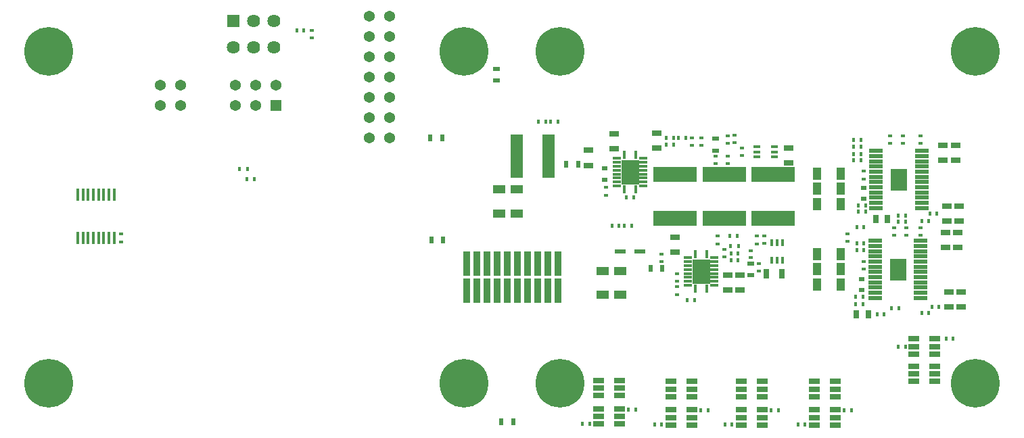
<source format=gts>
G04*
G04 #@! TF.GenerationSoftware,Altium Limited,Altium Designer,19.1.5 (86)*
G04*
G04 Layer_Color=8388736*
%FSLAX44Y44*%
%MOMM*%
G71*
G01*
G75*
%ADD18R,0.4000X0.6000*%
%ADD19R,1.3000X0.8000*%
%ADD20R,1.3716X0.5080*%
%ADD22R,0.6000X0.4000*%
%ADD23R,0.6000X0.4500*%
%ADD24R,0.4500X0.6000*%
%ADD29R,0.8000X0.6000*%
%ADD30R,1.0000X1.6000*%
%ADD31R,1.3000X0.7000*%
%ADD35R,0.7000X1.3000*%
%ADD36R,0.5000X0.9000*%
%ADD37R,0.9000X0.5000*%
%ADD41R,1.6000X1.0000*%
%ADD43R,0.8416X3.0216*%
%ADD44R,0.4516X1.5016*%
%ADD45R,1.3716X0.6604*%
%ADD46R,1.0016X0.3616*%
%ADD47R,0.3616X1.0016*%
%ADD48R,2.1716X3.1716*%
%ADD49R,0.8016X1.0016*%
%ADD50R,2.1266X2.7816*%
%ADD51R,1.6716X0.5116*%
%ADD52R,0.4516X0.9516*%
%ADD53R,5.5116X1.9816*%
%ADD54R,1.5240X5.5118*%
%ADD55R,0.9516X0.4516*%
%ADD56C,1.3716*%
%ADD57R,1.3716X1.3716*%
%ADD58C,6.1016*%
%ADD59C,1.6256*%
%ADD60R,1.6256X1.6256*%
D18*
X1116360Y451460D02*
D03*
X1107360D02*
D03*
X1043170Y574650D02*
D03*
X1052170D02*
D03*
X968460Y464160D02*
D03*
X959460D02*
D03*
X1108630Y429870D02*
D03*
X1117630D02*
D03*
X883150Y594970D02*
D03*
X892150D02*
D03*
X975280Y464160D02*
D03*
X984280D02*
D03*
X574070Y709270D02*
D03*
X565070D02*
D03*
X922520Y216510D02*
D03*
X931520D02*
D03*
X1012800Y215240D02*
D03*
X1021800D02*
D03*
X1101010D02*
D03*
X1110010D02*
D03*
X1192450D02*
D03*
X1201450D02*
D03*
X1386870Y323190D02*
D03*
X1377870D02*
D03*
X989360Y234290D02*
D03*
X980360D02*
D03*
X1079640Y233020D02*
D03*
X1070640D02*
D03*
X1167850D02*
D03*
X1158850D02*
D03*
X1259290D02*
D03*
X1250290D02*
D03*
X1318180Y313030D02*
D03*
X1327180D02*
D03*
X1291510Y353670D02*
D03*
X1300510D02*
D03*
X1318180Y469240D02*
D03*
X1327180D02*
D03*
X1318870Y361290D02*
D03*
X1309870D02*
D03*
X1327180Y476860D02*
D03*
X1318180D02*
D03*
X1360090Y362560D02*
D03*
X1369090D02*
D03*
X1357550Y479400D02*
D03*
X1366550D02*
D03*
X1275110Y462890D02*
D03*
X1266110D02*
D03*
X1271300Y572110D02*
D03*
X1262300D02*
D03*
X1347390Y354940D02*
D03*
X1356390D02*
D03*
X1347390Y470510D02*
D03*
X1356390D02*
D03*
X1275110Y442570D02*
D03*
X1266110D02*
D03*
X1271300Y563220D02*
D03*
X1262300D02*
D03*
X1266110Y433680D02*
D03*
X1275110D02*
D03*
X1262300Y554330D02*
D03*
X1271300D02*
D03*
X1273840Y375260D02*
D03*
X1264840D02*
D03*
X1277110Y489560D02*
D03*
X1268110D02*
D03*
X1264840Y366370D02*
D03*
X1273840D02*
D03*
X1268110Y481940D02*
D03*
X1277110D02*
D03*
X1262300Y546710D02*
D03*
X1271300D02*
D03*
X1108630Y420980D02*
D03*
X1117630D02*
D03*
X867910Y594970D02*
D03*
X876910D02*
D03*
X1027930Y565760D02*
D03*
X1036930D02*
D03*
X1027930Y574650D02*
D03*
X1036930D02*
D03*
D19*
X1038200Y431140D02*
D03*
Y450140D02*
D03*
X1104240Y402540D02*
D03*
Y383540D02*
D03*
X962000Y579730D02*
D03*
Y560730D02*
D03*
X1119480Y383540D02*
D03*
Y402540D02*
D03*
D20*
X970382Y432410D02*
D03*
X994258D02*
D03*
D22*
X1150160Y442566D02*
D03*
Y451566D02*
D03*
X1133450Y424100D02*
D03*
Y433100D02*
D03*
X1143610Y407590D02*
D03*
Y416590D02*
D03*
X1100430Y425370D02*
D03*
Y434370D02*
D03*
X583540Y699690D02*
D03*
Y708690D02*
D03*
X1345540Y452730D02*
D03*
Y461730D02*
D03*
Y567610D02*
D03*
Y576610D02*
D03*
X1327760Y452730D02*
D03*
Y461730D02*
D03*
X1323950Y567610D02*
D03*
Y576610D02*
D03*
X1312520Y452730D02*
D03*
Y461730D02*
D03*
X1307440Y567610D02*
D03*
Y576610D02*
D03*
X1254100Y454110D02*
D03*
Y445110D02*
D03*
X1021690Y419600D02*
D03*
Y428600D02*
D03*
X1113130Y568300D02*
D03*
Y577300D02*
D03*
X1104240Y542210D02*
D03*
Y551210D02*
D03*
X1089000Y542210D02*
D03*
Y551210D02*
D03*
D23*
X1141070Y451380D02*
D03*
Y441380D02*
D03*
X1091540Y441460D02*
D03*
Y451460D02*
D03*
X344780Y453920D02*
D03*
Y443920D02*
D03*
X1122020Y561870D02*
D03*
Y551870D02*
D03*
X1274420Y419630D02*
D03*
Y409630D02*
D03*
Y532660D02*
D03*
Y522660D02*
D03*
X1040740Y377880D02*
D03*
Y387880D02*
D03*
Y394390D02*
D03*
Y404390D02*
D03*
X1104240Y577110D02*
D03*
Y567110D02*
D03*
X1059790Y574570D02*
D03*
Y564570D02*
D03*
X1071220Y574570D02*
D03*
Y564570D02*
D03*
X951840Y502340D02*
D03*
Y512340D02*
D03*
D24*
X1108130Y438760D02*
D03*
X1118130D02*
D03*
X1053520Y371450D02*
D03*
X1063520D02*
D03*
X987320Y499720D02*
D03*
X977320D02*
D03*
X512340Y522580D02*
D03*
X502340D02*
D03*
X493370Y535280D02*
D03*
X503370D02*
D03*
D29*
X1271880Y383500D02*
D03*
Y397500D02*
D03*
X1274420Y497800D02*
D03*
Y511800D02*
D03*
X950570Y521930D02*
D03*
Y535930D02*
D03*
D30*
X1216000Y390910D02*
D03*
X1246000D02*
D03*
X1216000Y409960D02*
D03*
X1246000D02*
D03*
X1216000Y428600D02*
D03*
X1246000D02*
D03*
X1216000Y491660D02*
D03*
X1246000D02*
D03*
X1216000Y510710D02*
D03*
X1246000D02*
D03*
X1216000Y529760D02*
D03*
X1246000D02*
D03*
D31*
X1381100Y362560D02*
D03*
Y381560D02*
D03*
X1396340Y362560D02*
D03*
Y381560D02*
D03*
X1392530Y455880D02*
D03*
Y436880D02*
D03*
X1377290Y455880D02*
D03*
Y436880D02*
D03*
X1393800Y469900D02*
D03*
Y488900D02*
D03*
X1378560Y469900D02*
D03*
Y488900D02*
D03*
X1373739Y565100D02*
D03*
Y546100D02*
D03*
X1389990Y565100D02*
D03*
Y546100D02*
D03*
X1180440Y561950D02*
D03*
Y542950D02*
D03*
X1015340Y580340D02*
D03*
Y561340D02*
D03*
X930250Y558750D02*
D03*
Y539750D02*
D03*
D35*
X1153160Y404470D02*
D03*
X1172160D02*
D03*
D36*
X821150Y219050D02*
D03*
X836150D02*
D03*
X732250Y574650D02*
D03*
X747250D02*
D03*
X733520Y446380D02*
D03*
X748520D02*
D03*
X1022840Y410820D02*
D03*
X1007840D02*
D03*
X902430Y541630D02*
D03*
X917430D02*
D03*
D37*
X1133450Y417050D02*
D03*
Y402050D02*
D03*
X1089000Y573260D02*
D03*
Y558260D02*
D03*
X814680Y645890D02*
D03*
Y660890D02*
D03*
D41*
X840080Y479640D02*
D03*
Y509640D02*
D03*
X818490Y479640D02*
D03*
Y509640D02*
D03*
X969620Y377800D02*
D03*
Y407800D02*
D03*
X948030Y377800D02*
D03*
Y407800D02*
D03*
D43*
X777850Y417150D02*
D03*
Y382850D02*
D03*
X790550Y417150D02*
D03*
Y382850D02*
D03*
X803250Y417150D02*
D03*
Y382850D02*
D03*
X815950Y417150D02*
D03*
Y382850D02*
D03*
X828650Y417150D02*
D03*
Y382850D02*
D03*
X841350Y417150D02*
D03*
Y382850D02*
D03*
X854050Y417150D02*
D03*
Y382850D02*
D03*
X866750Y417150D02*
D03*
Y382850D02*
D03*
X879450Y417150D02*
D03*
Y382850D02*
D03*
X892150Y417150D02*
D03*
Y382850D02*
D03*
D44*
X336490Y502920D02*
D03*
X329990D02*
D03*
X323490D02*
D03*
X316990D02*
D03*
X310490D02*
D03*
X303990D02*
D03*
X297490D02*
D03*
X290990D02*
D03*
X336490Y448920D02*
D03*
X329990D02*
D03*
X323490D02*
D03*
X316990D02*
D03*
X310490D02*
D03*
X303990D02*
D03*
X297490D02*
D03*
X290990D02*
D03*
D45*
X1147674Y233528D02*
D03*
Y224130D02*
D03*
Y214732D02*
D03*
X1121766D02*
D03*
Y224130D02*
D03*
Y233528D02*
D03*
X969184Y234798D02*
D03*
Y225400D02*
D03*
Y216002D02*
D03*
X943276D02*
D03*
Y225400D02*
D03*
Y234798D02*
D03*
X1337666Y303632D02*
D03*
Y313030D02*
D03*
Y322428D02*
D03*
X1363574D02*
D03*
Y313030D02*
D03*
Y303632D02*
D03*
X1059464Y233528D02*
D03*
Y224130D02*
D03*
Y214732D02*
D03*
X1033556D02*
D03*
Y224130D02*
D03*
Y233528D02*
D03*
X1239114D02*
D03*
Y224130D02*
D03*
Y214732D02*
D03*
X1213206D02*
D03*
Y224130D02*
D03*
Y233528D02*
D03*
X1147674Y269088D02*
D03*
Y259690D02*
D03*
Y250292D02*
D03*
X1121766D02*
D03*
Y259690D02*
D03*
Y269088D02*
D03*
X969184Y270358D02*
D03*
Y260960D02*
D03*
Y251562D02*
D03*
X943276D02*
D03*
Y260960D02*
D03*
Y270358D02*
D03*
X1239114Y269088D02*
D03*
Y259690D02*
D03*
Y250292D02*
D03*
X1213206D02*
D03*
Y259690D02*
D03*
Y269088D02*
D03*
X1337666Y269342D02*
D03*
Y278740D02*
D03*
Y288138D02*
D03*
X1363574D02*
D03*
Y278740D02*
D03*
Y269342D02*
D03*
X1059464Y269088D02*
D03*
Y259690D02*
D03*
Y250292D02*
D03*
X1033556D02*
D03*
Y259690D02*
D03*
Y269088D02*
D03*
D46*
X965470Y513970D02*
D03*
X999170Y548970D02*
D03*
X965470D02*
D03*
Y543970D02*
D03*
Y538970D02*
D03*
Y533970D02*
D03*
Y528970D02*
D03*
Y523970D02*
D03*
Y518970D02*
D03*
X999170Y513970D02*
D03*
Y518970D02*
D03*
Y523970D02*
D03*
Y528970D02*
D03*
Y533970D02*
D03*
Y538970D02*
D03*
Y543970D02*
D03*
X1054370Y389510D02*
D03*
X1088070Y424510D02*
D03*
X1054370D02*
D03*
Y419510D02*
D03*
Y414510D02*
D03*
Y409510D02*
D03*
Y404510D02*
D03*
Y399510D02*
D03*
Y394510D02*
D03*
X1088070Y389510D02*
D03*
Y394510D02*
D03*
Y399510D02*
D03*
Y404510D02*
D03*
Y409510D02*
D03*
Y414510D02*
D03*
Y419510D02*
D03*
D47*
X974820Y509620D02*
D03*
X989820Y553320D02*
D03*
X974820D02*
D03*
X989820Y509620D02*
D03*
X1063720Y385160D02*
D03*
X1078720Y428860D02*
D03*
X1063720D02*
D03*
X1078720Y385160D02*
D03*
D48*
X982320Y531470D02*
D03*
X1071220Y407010D02*
D03*
D49*
X1280650Y353670D02*
D03*
X1265650D02*
D03*
X1304780Y473050D02*
D03*
X1289780D02*
D03*
D50*
X1317600Y409550D02*
D03*
X1318760Y522140D02*
D03*
D51*
X1288900Y373800D02*
D03*
Y380300D02*
D03*
Y386800D02*
D03*
Y393300D02*
D03*
Y399800D02*
D03*
Y406300D02*
D03*
Y412800D02*
D03*
Y419300D02*
D03*
Y425800D02*
D03*
Y432300D02*
D03*
Y438800D02*
D03*
Y445300D02*
D03*
X1346300D02*
D03*
Y438800D02*
D03*
Y432300D02*
D03*
Y425800D02*
D03*
Y419300D02*
D03*
Y412800D02*
D03*
Y406300D02*
D03*
Y399800D02*
D03*
Y393300D02*
D03*
Y386800D02*
D03*
Y380300D02*
D03*
Y373800D02*
D03*
X1290060Y486390D02*
D03*
Y492890D02*
D03*
Y499390D02*
D03*
Y505890D02*
D03*
Y512390D02*
D03*
Y518890D02*
D03*
Y525390D02*
D03*
Y531890D02*
D03*
Y538390D02*
D03*
Y544890D02*
D03*
Y551390D02*
D03*
Y557890D02*
D03*
X1347460D02*
D03*
Y551390D02*
D03*
Y544890D02*
D03*
Y538390D02*
D03*
Y531890D02*
D03*
Y525390D02*
D03*
Y518890D02*
D03*
Y512390D02*
D03*
Y505890D02*
D03*
Y499390D02*
D03*
Y492890D02*
D03*
Y486390D02*
D03*
D52*
X1172970Y443410D02*
D03*
X1166470D02*
D03*
X1159970D02*
D03*
Y421410D02*
D03*
X1166470D02*
D03*
X1172970D02*
D03*
D53*
X1161390Y528370D02*
D03*
Y473610D02*
D03*
X1100430Y528370D02*
D03*
Y473610D02*
D03*
X1038200Y528370D02*
D03*
Y473610D02*
D03*
D54*
X840207Y551790D02*
D03*
X880593D02*
D03*
D55*
X1141070Y563370D02*
D03*
Y556870D02*
D03*
Y550370D02*
D03*
X1163070D02*
D03*
Y556870D02*
D03*
Y563370D02*
D03*
D56*
X488290Y615290D02*
D03*
Y640690D02*
D03*
X513690Y615290D02*
D03*
Y640690D02*
D03*
X539090D02*
D03*
X681330Y676250D02*
D03*
X655930D02*
D03*
X681330Y701650D02*
D03*
X655930D02*
D03*
X681330Y727050D02*
D03*
X655930D02*
D03*
Y650850D02*
D03*
X681330D02*
D03*
X655930Y625450D02*
D03*
X681330D02*
D03*
X655930Y600050D02*
D03*
X681330D02*
D03*
Y574650D02*
D03*
X655930D02*
D03*
X419710Y640690D02*
D03*
Y615290D02*
D03*
X394310Y640690D02*
D03*
Y615290D02*
D03*
D57*
X539090D02*
D03*
D58*
X1414610Y682310D02*
D03*
Y267310D02*
D03*
X894610D02*
D03*
X774610Y267310D02*
D03*
X894610Y682310D02*
D03*
X774610D02*
D03*
X254610D02*
D03*
Y267310D02*
D03*
D59*
X536550Y687680D02*
D03*
X511150D02*
D03*
X485750D02*
D03*
X536550Y720700D02*
D03*
X511150D02*
D03*
D60*
X485750D02*
D03*
M02*

</source>
